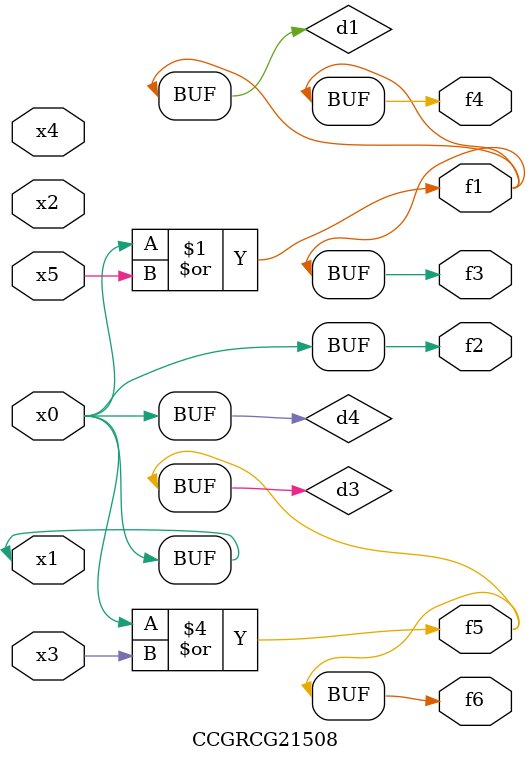
<source format=v>
module CCGRCG21508(
	input x0, x1, x2, x3, x4, x5,
	output f1, f2, f3, f4, f5, f6
);

	wire d1, d2, d3, d4;

	or (d1, x0, x5);
	xnor (d2, x1, x4);
	or (d3, x0, x3);
	buf (d4, x0, x1);
	assign f1 = d1;
	assign f2 = d4;
	assign f3 = d1;
	assign f4 = d1;
	assign f5 = d3;
	assign f6 = d3;
endmodule

</source>
